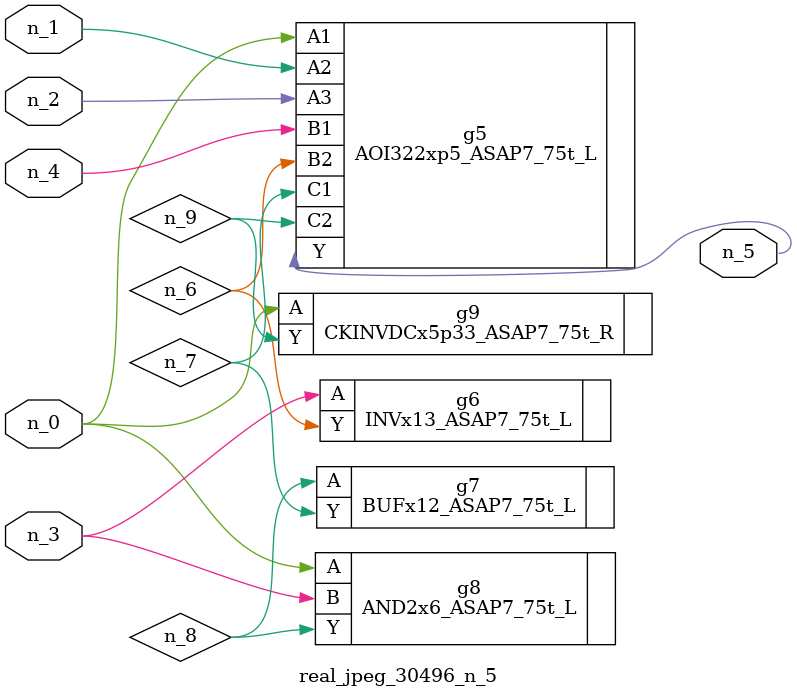
<source format=v>
module real_jpeg_30496_n_5 (n_4, n_0, n_1, n_2, n_3, n_5);

input n_4;
input n_0;
input n_1;
input n_2;
input n_3;

output n_5;

wire n_8;
wire n_6;
wire n_7;
wire n_9;

AOI322xp5_ASAP7_75t_L g5 ( 
.A1(n_0),
.A2(n_1),
.A3(n_2),
.B1(n_4),
.B2(n_6),
.C1(n_7),
.C2(n_9),
.Y(n_5)
);

AND2x6_ASAP7_75t_L g8 ( 
.A(n_0),
.B(n_3),
.Y(n_8)
);

CKINVDCx5p33_ASAP7_75t_R g9 ( 
.A(n_0),
.Y(n_9)
);

INVx13_ASAP7_75t_L g6 ( 
.A(n_3),
.Y(n_6)
);

BUFx12_ASAP7_75t_L g7 ( 
.A(n_8),
.Y(n_7)
);


endmodule
</source>
